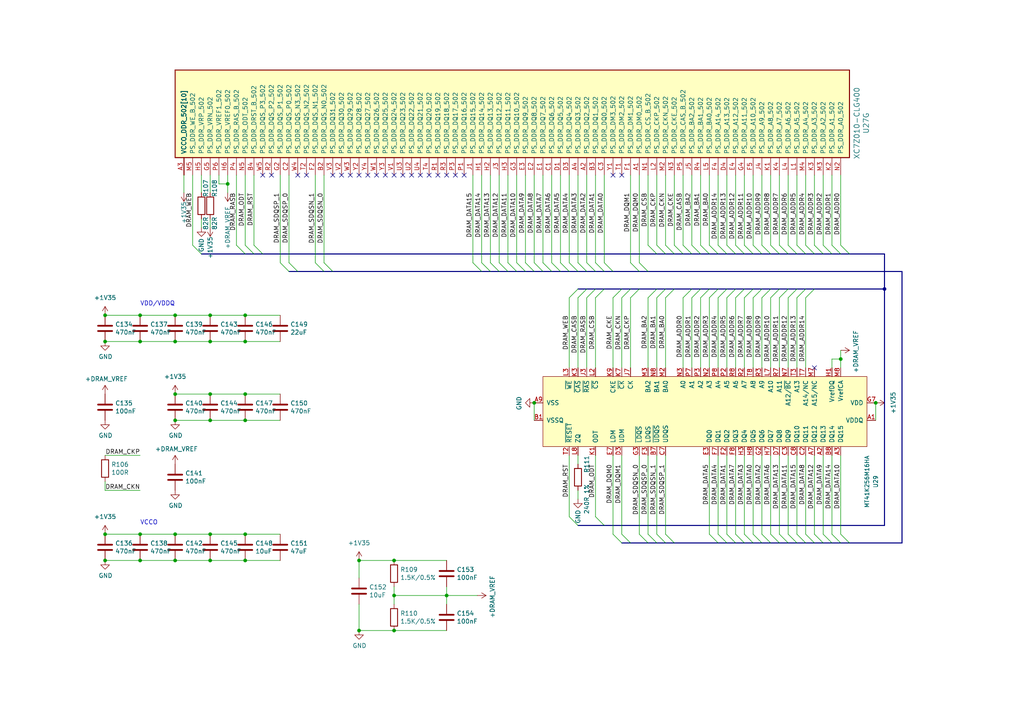
<source format=kicad_sch>
(kicad_sch (version 20231120) (generator "eeschema") (generator_version "8.0")
  (paper "A4")
  (title_block (title "Sitina 1 Sensor Board") (date "2024-03-25") (rev "R0.9") (company "Copyright 2024 Wenting Zhang"))
  (junction (at 114.3 162.56))
  (junction (at 50.8 162.56))
  (junction (at 50.8 121.92))
  (junction (at 40.64 91.44))
  (junction (at 50.8 114.3))
  (junction (at 30.48 154.94))
  (junction (at 30.48 91.44))
  (junction (at 129.54 172.72))
  (junction (at 40.64 154.94))
  (junction (at 60.96 114.3))
  (junction (at 60.96 162.56))
  (junction (at 71.12 99.06))
  (junction (at 256.54 83.82))
  (junction (at 40.64 162.56))
  (junction (at 71.12 114.3))
  (junction (at 60.96 154.94))
  (junction (at 60.96 91.44))
  (junction (at 71.12 154.94))
  (junction (at 114.3 172.72))
  (junction (at 243.84 104.14))
  (junction (at 154.94 116.84))
  (junction (at 50.8 99.06))
  (junction (at 50.8 91.44))
  (junction (at 60.96 121.92))
  (junction (at 71.12 162.56))
  (junction (at 104.14 162.56))
  (junction (at 30.48 99.06))
  (junction (at 71.12 121.92))
  (junction (at 40.64 99.06))
  (junction (at 254 116.84))
  (junction (at 30.48 162.56))
  (junction (at 104.14 182.88))
  (junction (at 60.96 99.06))
  (junction (at 66.04 53.34))
  (junction (at 50.8 154.94))
  (junction (at 71.12 91.44))
  (junction (at 114.3 182.88))
  (no_connect (at 88.9 50.8))
  (no_connect (at 86.36 50.8))
  (no_connect (at 180.34 50.8))
  (no_connect (at 96.52 50.8))
  (no_connect (at 121.92 50.8))
  (no_connect (at 106.68 50.8))
  (no_connect (at 109.22 50.8))
  (no_connect (at 236.22 106.68))
  (no_connect (at 127 50.8))
  (no_connect (at 134.62 50.8))
  (no_connect (at 104.14 50.8))
  (no_connect (at 111.76 50.8))
  (no_connect (at 177.8 50.8))
  (no_connect (at 116.84 50.8))
  (no_connect (at 78.74 50.8))
  (no_connect (at 132.08 50.8))
  (no_connect (at 114.3 50.8))
  (no_connect (at 99.06 50.8))
  (no_connect (at 76.2 50.8))
  (no_connect (at 101.6 50.8))
  (no_connect (at 129.54 50.8))
  (no_connect (at 124.46 50.8))
  (no_connect (at 119.38 50.8))
  (bus_entry (at 228.6 154.94) (size 2.54 2.54))
  (bus_entry (at 241.3 154.94) (size 2.54 2.54))
  (bus_entry (at 213.36 83.82) (size -2.54 2.54))
  (bus_entry (at 238.76 71.12) (size 2.54 2.54))
  (bus_entry (at 144.78 76.2) (size 2.54 2.54))
  (bus_entry (at 193.04 83.82) (size -2.54 2.54))
  (bus_entry (at 149.86 76.2) (size 2.54 2.54))
  (bus_entry (at 71.12 71.12) (size 2.54 2.54))
  (bus_entry (at 167.64 83.82) (size -2.54 2.54))
  (bus_entry (at 182.88 76.2) (size 2.54 2.54))
  (bus_entry (at 185.42 154.94) (size 2.54 2.54))
  (bus_entry (at 177.8 154.94) (size 2.54 2.54))
  (bus_entry (at 226.06 71.12) (size 2.54 2.54))
  (bus_entry (at 137.16 76.2) (size 2.54 2.54))
  (bus_entry (at 233.68 154.94) (size 2.54 2.54))
  (bus_entry (at 182.88 83.82) (size -2.54 2.54))
  (bus_entry (at 160.02 76.2) (size 2.54 2.54))
  (bus_entry (at 170.18 76.2) (size 2.54 2.54))
  (bus_entry (at 218.44 71.12) (size 2.54 2.54))
  (bus_entry (at 172.72 83.82) (size -2.54 2.54))
  (bus_entry (at 203.2 83.82) (size -2.54 2.54))
  (bus_entry (at 167.64 76.2) (size 2.54 2.54))
  (bus_entry (at 228.6 83.82) (size -2.54 2.54))
  (bus_entry (at 73.66 71.12) (size 2.54 2.54))
  (bus_entry (at 223.52 83.82) (size -2.54 2.54))
  (bus_entry (at 215.9 154.94) (size 2.54 2.54))
  (bus_entry (at 175.26 76.2) (size 2.54 2.54))
  (bus_entry (at 142.24 76.2) (size 2.54 2.54))
  (bus_entry (at 200.66 83.82) (size -2.54 2.54))
  (bus_entry (at 231.14 71.12) (size 2.54 2.54))
  (bus_entry (at 205.74 154.94) (size 2.54 2.54))
  (bus_entry (at 172.72 76.2) (size 2.54 2.54))
  (bus_entry (at 55.88 71.12) (size 2.54 2.54))
  (bus_entry (at 162.56 76.2) (size 2.54 2.54))
  (bus_entry (at 205.74 71.12) (size 2.54 2.54))
  (bus_entry (at 165.1 149.86) (size 2.54 2.54))
  (bus_entry (at 228.6 71.12) (size 2.54 2.54))
  (bus_entry (at 215.9 71.12) (size 2.54 2.54))
  (bus_entry (at 213.36 154.94) (size 2.54 2.54))
  (bus_entry (at 190.5 154.94) (size 2.54 2.54))
  (bus_entry (at 195.58 71.12) (size 2.54 2.54))
  (bus_entry (at 152.4 76.2) (size 2.54 2.54))
  (bus_entry (at 190.5 83.82) (size -2.54 2.54))
  (bus_entry (at 200.66 71.12) (size 2.54 2.54))
  (bus_entry (at 93.98 76.2) (size 2.54 2.54))
  (bus_entry (at 208.28 71.12) (size 2.54 2.54))
  (bus_entry (at 190.5 71.12) (size 2.54 2.54))
  (bus_entry (at 243.84 154.94) (size 2.54 2.54))
  (bus_entry (at 233.68 83.82) (size -2.54 2.54))
  (bus_entry (at 147.32 76.2) (size 2.54 2.54))
  (bus_entry (at 193.04 71.12) (size 2.54 2.54))
  (bus_entry (at 213.36 71.12) (size 2.54 2.54))
  (bus_entry (at 175.26 83.82) (size -2.54 2.54))
  (bus_entry (at 223.52 154.94) (size 2.54 2.54))
  (bus_entry (at 187.96 154.94) (size 2.54 2.54))
  (bus_entry (at 154.94 76.2) (size 2.54 2.54))
  (bus_entry (at 238.76 154.94) (size 2.54 2.54))
  (bus_entry (at 218.44 83.82) (size -2.54 2.54))
  (bus_entry (at 220.98 83.82) (size -2.54 2.54))
  (bus_entry (at 195.58 83.82) (size -2.54 2.54))
  (bus_entry (at 187.96 71.12) (size 2.54 2.54))
  (bus_entry (at 236.22 83.82) (size -2.54 2.54))
  (bus_entry (at 223.52 71.12) (size 2.54 2.54))
  (bus_entry (at 215.9 83.82) (size -2.54 2.54))
  (bus_entry (at 139.7 76.2) (size 2.54 2.54))
  (bus_entry (at 210.82 71.12) (size 2.54 2.54))
  (bus_entry (at 241.3 71.12) (size 2.54 2.54))
  (bus_entry (at 226.06 83.82) (size -2.54 2.54))
  (bus_entry (at 231.14 83.82) (size -2.54 2.54))
  (bus_entry (at 208.28 83.82) (size -2.54 2.54))
  (bus_entry (at 218.44 154.94) (size 2.54 2.54))
  (bus_entry (at 205.74 83.82) (size -2.54 2.54))
  (bus_entry (at 180.34 83.82) (size -2.54 2.54))
  (bus_entry (at 81.28 76.2) (size 2.54 2.54))
  (bus_entry (at 198.12 71.12) (size 2.54 2.54))
  (bus_entry (at 185.42 76.2) (size 2.54 2.54))
  (bus_entry (at 91.44 76.2) (size 2.54 2.54))
  (bus_entry (at 231.14 154.94) (size 2.54 2.54))
  (bus_entry (at 185.42 83.82) (size -2.54 2.54))
  (bus_entry (at 193.04 154.94) (size 2.54 2.54))
  (bus_entry (at 210.82 83.82) (size -2.54 2.54))
  (bus_entry (at 220.98 71.12) (size 2.54 2.54))
  (bus_entry (at 157.48 76.2) (size 2.54 2.54))
  (bus_entry (at 165.1 76.2) (size 2.54 2.54))
  (bus_entry (at 220.98 154.94) (size 2.54 2.54))
  (bus_entry (at 233.68 71.12) (size 2.54 2.54))
  (bus_entry (at 180.34 154.94) (size 2.54 2.54))
  (bus_entry (at 170.18 83.82) (size -2.54 2.54))
  (bus_entry (at 243.84 71.12) (size 2.54 2.54))
  (bus_entry (at 226.06 154.94) (size 2.54 2.54))
  (bus_entry (at 68.58 71.12) (size 2.54 2.54))
  (bus_entry (at 210.82 154.94) (size 2.54 2.54))
  (bus_entry (at 83.82 76.2) (size 2.54 2.54))
  (bus_entry (at 236.22 71.12) (size 2.54 2.54))
  (bus_entry (at 208.28 154.94) (size 2.54 2.54))
  (bus_entry (at 172.72 149.86) (size 2.54 2.54))
  (bus_entry (at 236.22 154.94) (size 2.54 2.54))
  (bus_entry (at 203.2 71.12) (size 2.54 2.54))
  (bus (pts (xy 236.22 73.66) (xy 233.68 73.66)))
  (wire (pts (xy 172.72 50.8) (xy 172.72 76.2)))
  (bus (pts (xy 170.18 83.82) (xy 167.64 83.82)))
  (wire (pts (xy 63.5 50.8) (xy 63.5 53.34)))
  (bus (pts (xy 226.06 83.82) (xy 223.52 83.82)))
  (bus (pts (xy 223.52 157.48) (xy 220.98 157.48)))
  (wire (pts (xy 71.12 162.56) (xy 60.96 162.56)))
  (bus (pts (xy 261.62 78.74) (xy 261.62 157.48)))
  (bus (pts (xy 170.18 78.74) (xy 167.64 78.74)))
  (bus (pts (xy 236.22 157.48) (xy 233.68 157.48)))
  (wire (pts (xy 226.06 132.08) (xy 226.06 154.94)))
  (wire (pts (xy 137.16 50.8) (xy 137.16 76.2)))
  (wire (pts (xy 226.06 71.12) (xy 226.06 50.8)))
  (wire (pts (xy 210.82 71.12) (xy 210.82 50.8)))
  (wire (pts (xy 30.48 142.24) (xy 30.48 139.7)))
  (bus (pts (xy 231.14 157.48) (xy 228.6 157.48)))
  (bus (pts (xy 149.86 78.74) (xy 147.32 78.74)))
  (wire (pts (xy 193.04 86.36) (xy 193.04 106.68)))
  (bus (pts (xy 238.76 157.48) (xy 236.22 157.48)))
  (bus (pts (xy 152.4 78.74) (xy 149.86 78.74)))
  (wire (pts (xy 182.88 86.36) (xy 182.88 106.68)))
  (wire (pts (xy 213.36 132.08) (xy 213.36 154.94)))
  (bus (pts (xy 208.28 73.66) (xy 205.74 73.66)))
  (wire (pts (xy 228.6 71.12) (xy 228.6 50.8)))
  (bus (pts (xy 213.36 157.48) (xy 210.82 157.48)))
  (wire (pts (xy 50.8 121.92) (xy 60.96 121.92)))
  (bus (pts (xy 256.54 152.4) (xy 256.54 83.82)))
  (wire (pts (xy 167.64 142.24) (xy 167.64 144.78)))
  (bus (pts (xy 210.82 157.48) (xy 208.28 157.48)))
  (wire (pts (xy 144.78 50.8) (xy 144.78 76.2)))
  (wire (pts (xy 241.3 104.14) (xy 243.84 104.14)))
  (wire (pts (xy 152.4 50.8) (xy 152.4 76.2)))
  (wire (pts (xy 71.12 71.12) (xy 71.12 50.8)))
  (bus (pts (xy 228.6 157.48) (xy 226.06 157.48)))
  (bus (pts (xy 233.68 73.66) (xy 231.14 73.66)))
  (wire (pts (xy 60.96 162.56) (xy 50.8 162.56)))
  (wire (pts (xy 187.96 86.36) (xy 187.96 106.68)))
  (bus (pts (xy 256.54 83.82) (xy 236.22 83.82)))
  (wire (pts (xy 190.5 71.12) (xy 190.5 50.8)))
  (wire (pts (xy 60.96 154.94) (xy 50.8 154.94)))
  (wire (pts (xy 30.48 154.94) (xy 40.64 154.94)))
  (wire (pts (xy 193.04 132.08) (xy 193.04 154.94)))
  (wire (pts (xy 104.14 162.56) (xy 114.3 162.56)))
  (wire (pts (xy 58.42 63.5) (xy 58.42 66.04)))
  (wire (pts (xy 231.14 71.12) (xy 231.14 50.8)))
  (wire (pts (xy 220.98 86.36) (xy 220.98 106.68)))
  (bus (pts (xy 200.66 73.66) (xy 198.12 73.66)))
  (wire (pts (xy 30.48 132.08) (xy 40.64 132.08)))
  (wire (pts (xy 254 116.84) (xy 254 121.92)))
  (bus (pts (xy 195.58 73.66) (xy 193.04 73.66)))
  (wire (pts (xy 208.28 132.08) (xy 208.28 154.94)))
  (bus (pts (xy 157.48 78.74) (xy 154.94 78.74)))
  (wire (pts (xy 243.84 132.08) (xy 243.84 154.94)))
  (bus (pts (xy 215.9 157.48) (xy 213.36 157.48)))
  (bus (pts (xy 218.44 157.48) (xy 215.9 157.48)))
  (wire (pts (xy 215.9 71.12) (xy 215.9 50.8)))
  (bus (pts (xy 203.2 73.66) (xy 200.66 73.66)))
  (wire (pts (xy 233.68 71.12) (xy 233.68 50.8)))
  (bus (pts (xy 86.36 78.74) (xy 83.82 78.74)))
  (wire (pts (xy 241.3 106.68) (xy 241.3 104.14)))
  (bus (pts (xy 71.12 73.66) (xy 58.42 73.66)))
  (bus (pts (xy 215.9 83.82) (xy 213.36 83.82)))
  (wire (pts (xy 154.94 116.84) (xy 154.94 121.92)))
  (wire (pts (xy 208.28 71.12) (xy 208.28 50.8)))
  (bus (pts (xy 210.82 83.82) (xy 208.28 83.82)))
  (wire (pts (xy 139.7 50.8) (xy 139.7 76.2)))
  (wire (pts (xy 223.52 86.36) (xy 223.52 106.68)))
  (wire (pts (xy 233.68 132.08) (xy 233.68 154.94)))
  (wire (pts (xy 200.66 71.12) (xy 200.66 50.8)))
  (wire (pts (xy 81.28 50.8) (xy 81.28 76.2)))
  (wire (pts (xy 160.02 50.8) (xy 160.02 76.2)))
  (wire (pts (xy 50.8 162.56) (xy 40.64 162.56)))
  (bus (pts (xy 226.06 157.48) (xy 223.52 157.48)))
  (wire (pts (xy 185.42 132.08) (xy 185.42 154.94)))
  (bus (pts (xy 193.04 73.66) (xy 190.5 73.66)))
  (bus (pts (xy 190.5 83.82) (xy 185.42 83.82)))
  (bus (pts (xy 187.96 78.74) (xy 185.42 78.74)))
  (wire (pts (xy 147.32 50.8) (xy 147.32 76.2)))
  (wire (pts (xy 218.44 132.08) (xy 218.44 154.94)))
  (wire (pts (xy 213.36 71.12) (xy 213.36 50.8)))
  (wire (pts (xy 138.43 172.72) (xy 129.54 172.72)))
  (wire (pts (xy 231.14 132.08) (xy 231.14 154.94)))
  (wire (pts (xy 165.1 86.36) (xy 165.1 106.68)))
  (bus (pts (xy 177.8 78.74) (xy 175.26 78.74)))
  (wire (pts (xy 114.3 162.56) (xy 129.54 162.56)))
  (wire (pts (xy 203.2 86.36) (xy 203.2 106.68)))
  (wire (pts (xy 200.66 86.36) (xy 200.66 106.68)))
  (bus (pts (xy 256.54 83.82) (xy 256.54 73.66)))
  (wire (pts (xy 104.14 175.26) (xy 104.14 182.88)))
  (wire (pts (xy 205.74 132.08) (xy 205.74 154.94)))
  (bus (pts (xy 154.94 78.74) (xy 152.4 78.74)))
  (bus (pts (xy 139.7 78.74) (xy 96.52 78.74)))
  (bus (pts (xy 165.1 78.74) (xy 162.56 78.74)))
  (wire (pts (xy 210.82 132.08) (xy 210.82 154.94)))
  (wire (pts (xy 60.96 91.44) (xy 50.8 91.44)))
  (bus (pts (xy 203.2 83.82) (xy 200.66 83.82)))
  (wire (pts (xy 241.3 71.12) (xy 241.3 50.8)))
  (wire (pts (xy 167.64 86.36) (xy 167.64 106.68)))
  (bus (pts (xy 142.24 78.74) (xy 139.7 78.74)))
  (wire (pts (xy 81.28 121.92) (xy 71.12 121.92)))
  (bus (pts (xy 182.88 83.82) (xy 180.34 83.82)))
  (wire (pts (xy 114.3 182.88) (xy 104.14 182.88)))
  (bus (pts (xy 195.58 83.82) (xy 193.04 83.82)))
  (bus (pts (xy 261.62 157.48) (xy 246.38 157.48)))
  (bus (pts (xy 185.42 83.82) (xy 182.88 83.82)))
  (wire (pts (xy 172.72 86.36) (xy 172.72 106.68)))
  (wire (pts (xy 30.48 99.06) (xy 40.64 99.06)))
  (bus (pts (xy 185.42 78.74) (xy 177.8 78.74)))
  (wire (pts (xy 236.22 132.08) (xy 236.22 154.94)))
  (bus (pts (xy 223.52 73.66) (xy 220.98 73.66)))
  (wire (pts (xy 210.82 86.36) (xy 210.82 106.68)))
  (wire (pts (xy 73.66 71.12) (xy 73.66 50.8)))
  (wire (pts (xy 226.06 86.36) (xy 226.06 106.68)))
  (bus (pts (xy 246.38 73.66) (xy 243.84 73.66)))
  (wire (pts (xy 177.8 86.36) (xy 177.8 106.68)))
  (wire (pts (xy 170.18 86.36) (xy 170.18 106.68)))
  (bus (pts (xy 261.62 78.74) (xy 187.96 78.74)))
  (bus (pts (xy 172.72 83.82) (xy 170.18 83.82)))
  (wire (pts (xy 195.58 71.12) (xy 195.58 50.8)))
  (wire (pts (xy 187.96 71.12) (xy 187.96 50.8)))
  (wire (pts (xy 172.72 149.86) (xy 172.72 132.08)))
  (bus (pts (xy 215.9 73.66) (xy 213.36 73.66)))
  (wire (pts (xy 215.9 86.36) (xy 215.9 106.68)))
  (wire (pts (xy 129.54 172.72) (xy 129.54 175.26)))
  (wire (pts (xy 60.96 114.3) (xy 71.12 114.3)))
  (wire (pts (xy 40.64 91.44) (xy 50.8 91.44)))
  (bus (pts (xy 246.38 157.48) (xy 243.84 157.48)))
  (wire (pts (xy 50.8 114.3) (xy 60.96 114.3)))
  (bus (pts (xy 93.98 78.74) (xy 86.36 78.74)))
  (wire (pts (xy 215.9 132.08) (xy 215.9 154.94)))
  (wire (pts (xy 238.76 71.12) (xy 238.76 50.8)))
  (bus (pts (xy 205.74 73.66) (xy 203.2 73.66)))
  (bus (pts (xy 175.26 83.82) (xy 172.72 83.82)))
  (wire (pts (xy 129.54 182.88) (xy 114.3 182.88)))
  (wire (pts (xy 71.12 121.92) (xy 60.96 121.92)))
  (wire (pts (xy 198.12 71.12) (xy 198.12 50.8)))
  (bus (pts (xy 220.98 83.82) (xy 218.44 83.82)))
  (bus (pts (xy 210.82 73.66) (xy 208.28 73.66)))
  (bus (pts (xy 236.22 83.82) (xy 233.68 83.82)))
  (bus (pts (xy 213.36 83.82) (xy 210.82 83.82)))
  (wire (pts (xy 114.3 172.72) (xy 114.3 175.26)))
  (wire (pts (xy 198.12 86.36) (xy 198.12 106.68)))
  (bus (pts (xy 162.56 78.74) (xy 160.02 78.74)))
  (wire (pts (xy 220.98 132.08) (xy 220.98 154.94)))
  (wire (pts (xy 114.3 172.72) (xy 129.54 172.72)))
  (bus (pts (xy 231.14 83.82) (xy 228.6 83.82)))
  (wire (pts (xy 149.86 50.8) (xy 149.86 76.2)))
  (wire (pts (xy 165.1 50.8) (xy 165.1 76.2)))
  (wire (pts (xy 162.56 50.8) (xy 162.56 76.2)))
  (bus (pts (xy 195.58 157.48) (xy 193.04 157.48)))
  (wire (pts (xy 66.04 50.8) (xy 66.04 53.34)))
  (wire (pts (xy 205.74 86.36) (xy 205.74 106.68)))
  (wire (pts (xy 81.28 162.56) (xy 71.12 162.56)))
  (bus (pts (xy 220.98 157.48) (xy 218.44 157.48)))
  (wire (pts (xy 190.5 86.36) (xy 190.5 106.68)))
  (wire (pts (xy 175.26 50.8) (xy 175.26 76.2)))
  (wire (pts (xy 223.52 132.08) (xy 223.52 154.94)))
  (bus (pts (xy 167.64 78.74) (xy 165.1 78.74)))
  (wire (pts (xy 129.54 170.18) (xy 129.54 172.72)))
  (wire (pts (xy 167.64 132.08) (xy 167.64 134.62)))
  (wire (pts (xy 60.96 99.06) (xy 50.8 99.06)))
  (bus (pts (xy 180.34 83.82) (xy 175.26 83.82)))
  (wire (pts (xy 83.82 50.8) (xy 83.82 76.2)))
  (bus (pts (xy 190.5 157.48) (xy 187.96 157.48)))
  (bus (pts (xy 241.3 73.66) (xy 238.76 73.66)))
  (wire (pts (xy 91.44 50.8) (xy 91.44 76.2)))
  (wire (pts (xy 93.98 50.8) (xy 93.98 76.2)))
  (wire (pts (xy 81.28 91.44) (xy 71.12 91.44)))
  (bus (pts (xy 226.06 73.66) (xy 223.52 73.66)))
  (wire (pts (xy 55.88 71.12) (xy 55.88 50.8)))
  (bus (pts (xy 218.44 73.66) (xy 215.9 73.66)))
  (wire (pts (xy 205.74 71.12) (xy 205.74 50.8)))
  (wire (pts (xy 71.12 91.44) (xy 60.96 91.44)))
  (wire (pts (xy 228.6 86.36) (xy 228.6 106.68)))
  (wire (pts (xy 218.44 71.12) (xy 218.44 50.8)))
  (bus (pts (xy 193.04 83.82) (xy 190.5 83.82)))
  (wire (pts (xy 236.22 71.12) (xy 236.22 50.8)))
  (wire (pts (xy 223.52 71.12) (xy 223.52 50.8)))
  (bus (pts (xy 175.26 78.74) (xy 172.72 78.74)))
  (wire (pts (xy 81.28 154.94) (xy 71.12 154.94)))
  (bus (pts (xy 200.66 83.82) (xy 195.58 83.82)))
  (wire (pts (xy 185.42 50.8) (xy 185.42 76.2)))
  (wire (pts (xy 218.44 86.36) (xy 218.44 106.68)))
  (wire (pts (xy 203.2 71.12) (xy 203.2 50.8)))
  (bus (pts (xy 190.5 73.66) (xy 76.2 73.66)))
  (bus (pts (xy 205.74 83.82) (xy 203.2 83.82)))
  (bus (pts (xy 213.36 73.66) (xy 210.82 73.66)))
  (bus (pts (xy 76.2 73.66) (xy 73.66 73.66)))
  (wire (pts (xy 104.14 162.56) (xy 104.14 167.64)))
  (wire (pts (xy 81.28 99.06) (xy 71.12 99.06)))
  (bus (pts (xy 233.68 157.48) (xy 231.14 157.48)))
  (wire (pts (xy 63.5 53.34) (xy 66.04 53.34)))
  (bus (pts (xy 160.02 78.74) (xy 157.48 78.74)))
  (wire (pts (xy 190.5 132.08) (xy 190.5 154.94)))
  (wire (pts (xy 170.18 50.8) (xy 170.18 76.2)))
  (wire (pts (xy 60.96 63.5) (xy 60.96 66.04)))
  (wire (pts (xy 233.68 86.36) (xy 233.68 106.68)))
  (wire (pts (xy 177.8 132.08) (xy 177.8 154.94)))
  (wire (pts (xy 241.3 132.08) (xy 241.3 154.94)))
  (wire (pts (xy 228.6 132.08) (xy 228.6 154.94)))
  (wire (pts (xy 40.64 142.24) (xy 30.48 142.24)))
  (bus (pts (xy 172.72 78.74) (xy 170.18 78.74)))
  (bus (pts (xy 193.04 157.48) (xy 190.5 157.48)))
  (wire (pts (xy 243.84 104.14) (xy 243.84 106.68)))
  (bus (pts (xy 220.98 73.66) (xy 218.44 73.66)))
  (bus (pts (xy 238.76 73.66) (xy 236.22 73.66)))
  (wire (pts (xy 182.88 50.8) (xy 182.88 76.2)))
  (wire (pts (xy 193.04 71.12) (xy 193.04 50.8)))
  (wire (pts (xy 220.98 71.12) (xy 220.98 50.8)))
  (wire (pts (xy 213.36 86.36) (xy 213.36 106.68)))
  (wire (pts (xy 167.64 50.8) (xy 167.64 76.2)))
  (wire (pts (xy 81.28 114.3) (xy 71.12 114.3)))
  (bus (pts (xy 73.66 73.66) (xy 71.12 73.66)))
  (wire (pts (xy 231.14 86.36) (xy 231.14 106.68)))
  (bus (pts (xy 223.52 83.82) (xy 220.98 83.82)))
  (wire (pts (xy 157.48 50.8) (xy 157.48 76.2)))
  (bus (pts (xy 198.12 73.66) (xy 195.58 73.66)))
  (wire (pts (xy 30.48 91.44) (xy 40.64 91.44)))
  (bus (pts (xy 243.84 157.48) (xy 241.3 157.48)))
  (wire (pts (xy 165.1 132.08) (xy 165.1 149.86)))
  (bus (pts (xy 208.28 83.82) (xy 205.74 83.82)))
  (bus (pts (xy 256.54 73.66) (xy 246.38 73.66)))
  (wire (pts (xy 60.96 50.8) (xy 60.96 55.88)))
  (bus (pts (xy 144.78 78.74) (xy 142.24 78.74)))
  (bus (pts (xy 228.6 73.66) (xy 226.06 73.66)))
  (wire (pts (xy 71.12 154.94) (xy 60.96 154.94)))
  (wire (pts (xy 208.28 86.36) (xy 208.28 106.68)))
  (wire (pts (xy 66.04 53.34) (xy 66.04 55.88)))
  (bus (pts (xy 147.32 78.74) (xy 144.78 78.74)))
  (wire (pts (xy 50.8 99.06) (xy 40.64 99.06)))
  (wire (pts (xy 40.64 154.94) (xy 50.8 154.94)))
  (bus (pts (xy 233.68 83.82) (xy 231.14 83.82)))
  (wire (pts (xy 180.34 86.36) (xy 180.34 106.68)))
  (wire (pts (xy 154.94 50.8) (xy 154.94 76.2)))
  (bus (pts (xy 218.44 83.82) (xy 215.9 83.82)))
  (wire (pts (xy 30.48 162.56) (xy 40.64 162.56)))
  (bus (pts (xy 175.26 152.4) (xy 167.64 152.4)))
  (wire (pts (xy 71.12 99.06) (xy 60.96 99.06)))
  (wire (pts (xy 68.58 71.12) (xy 68.58 50.8)))
  (wire (pts (xy 58.42 50.8) (xy 58.42 55.88)))
  (wire (pts (xy 243.84 101.6) (xy 243.84 104.14)))
  (bus (pts (xy 228.6 83.82) (xy 226.06 83.82)))
  (wire (pts (xy 53.34 50.8) (xy 53.34 55.88)))
  (wire (pts (xy 238.76 132.08) (xy 238.76 154.94)))
  (bus (pts (xy 256.54 152.4) (xy 175.26 152.4)))
  (bus (pts (xy 231.14 73.66) (xy 228.6 73.66)))
  (wire (pts (xy 180.34 132.08) (xy 180.34 154.94)))
  (bus (pts (xy 241.3 157.48) (xy 238.76 157.48)))
  (bus (pts (xy 182.88 157.48) (xy 180.34 157.48)))
  (wire (pts (xy 187.96 132.08) (xy 187.96 154.94)))
  (bus (pts (xy 208.28 157.48) (xy 195.58 157.48)))
  (wire (pts (xy 142.24 50.8) (xy 142.24 76.2)))
  (wire (pts (xy 243.84 71.12) (xy 243.84 50.8)))
  (bus (pts (xy 96.52 78.74) (xy 93.98 78.74)))
  (bus (pts (xy 243.84 73.66) (xy 241.3 73.66)))
  (wire (pts (xy 114.3 170.18) (xy 114.3 172.72)))
  (bus (pts (xy 187.96 157.48) (xy 182.88 157.48)))
  (text "VCCO" (at 40.64 152.4 0) (effects (font (size 1.27 1.27)) (justify left bottom)))
  (text "VDD/VDDQ" (at 40.64 88.9 0) (effects (font (size 1.27 1.27)) (justify left bottom)))
  (label "DRAM_ADDR8" (at 223.52 55.88 270))
  (label "DRAM_ADDR10" (at 223.52 91.44 270))
  (label "DRAM_ADDR11" (at 226.06 91.44 270))
  (label "DRAM_SDQSP_1" (at 81.28 55.88 270))
  (label "DRAM_CKE" (at 177.8 91.44 270))
  (label "DRAM_SDQSP_0" (at 187.96 134.62 270))
  (label "DRAM_ADDR5" (at 231.14 55.88 270))
  (label "DRAM_ADDR7" (at 226.06 55.88 270))
  (label "DRAM_DATA15" (at 231.14 134.62 270))
  (label "DRAM_ADDR2" (at 203.2 91.44 270))
  (label "DRAM_BA2" (at 187.96 91.44 270))
  (label "DRAM_ADDR7" (at 215.9 91.44 270))
  (label "DRAM_CKN" (at 180.34 91.44 270))
  (label "DRAM_RASB" (at 170.18 91.44 270))
  (label "DRAM_ADDR9" (at 220.98 55.88 270))
  (label "DRAM_DATA0" (at 218.44 134.62 270))
  (label "DRAM_ADDR14" (at 208.28 55.88 270))
  (label "DRAM_DQM0" (at 185.42 55.88 270))
  (label "DRAM_DATA1" (at 172.72 55.88 270))
  (label "DRAM_DATA4" (at 165.1 55.88 270))
  (label "DRAM_DQM0" (at 177.8 134.62 270))
  (label "DRAM_SDQSN_1" (at 91.44 55.88 270))
  (label "DRAM_SDQSP_1" (at 193.04 134.62 270))
  (label "DRAM_DATA11" (at 147.32 55.88 270))
  (label "DRAM_CKP" (at 182.88 91.44 270))
  (label "DRAM_DATA3" (at 167.64 55.88 270))
  (label "DRAM_BA0" (at 193.04 91.44 270))
  (label "DRAM_CKP" (at 190.5 55.88 270))
  (label "DRAM_ADDR13" (at 210.82 55.88 270))
  (label "DRAM_ADDR3" (at 236.22 55.88 270))
  (label "DRAM_DATA6" (at 160.02 55.88 270))
  (label "DRAM_ADDR4" (at 208.28 91.44 270))
  (label "DRAM_DATA3" (at 215.9 134.62 270))
  (label "DRAM_DATA10" (at 149.86 55.88 270))
  (label "DRAM_BA1" (at 190.5 91.44 270))
  (label "DRAM_DATA5" (at 162.56 55.88 270))
  (label "DRAM_ADDR1" (at 200.66 91.44 270))
  (label "DRAM_ADDR10" (at 218.44 55.88 270))
  (label "DRAM_DATA6" (at 223.52 134.62 270))
  (label "DRAM_DATA8" (at 233.68 134.62 270))
  (label "DRAM_DQM1" (at 182.88 55.88 270))
  (label "DRAM_CKP" (at 40.64 132.08 180))
  (label "DRAM_DATA4" (at 208.28 134.62 270))
  (label "DRAM_ADDR0" (at 243.84 55.88 270))
  (label "DRAM_CKN" (at 193.04 55.88 270))
  (label "DRAM_CKE" (at 195.58 55.88 270))
  (label "DRAM_ADDR3" (at 205.74 91.44 270))
  (label "DRAM_DATA9" (at 238.76 134.62 270))
  (label "DRAM_CKN" (at 40.64 142.24 180))
  (label "DRAM_DATA8" (at 154.94 55.88 270))
  (label "DRAM_DATA15" (at 137.16 55.88 270))
  (label "DRAM_BA2" (at 200.66 55.88 270))
  (label "DRAM_ADDR9" (at 220.98 91.44 270))
  (label "DRAM_ODT" (at 172.72 134.62 270))
  (label "DRAM_CSB" (at 172.72 91.44 270))
  (label "DRAM_ADDR6" (at 228.6 55.88 270))
  (label "DRAM_CSB" (at 187.96 55.88 270))
  (label "DRAM_RST" (at 73.66 55.88 270))
  (label "DRAM_DATA14" (at 139.7 55.88 270))
  (label "DRAM_CASB" (at 167.64 91.44 270))
  (label "DRAM_ADDR1" (at 241.3 55.88 270))
  (label "DRAM_DATA12" (at 236.22 134.62 270))
  (label "DRAM_SDQSN_0" (at 185.42 134.62 270))
  (label "DRAM_DATA13" (at 142.24 55.88 270))
  (label "DRAM_DATA13" (at 226.06 134.62 270))
  (label "DRAM_WEB" (at 55.88 55.88 270))
  (label "DRAM_CASB" (at 198.12 55.88 270))
  (label "DRAM_BA0" (at 205.74 55.88 270))
  (label "DRAM_DATA9" (at 152.4 55.88 270))
  (label "DRAM_DATA2" (at 170.18 55.88 270))
  (label "DRAM_DATA10" (at 243.84 134.62 270))
  (label "DRAM_BA1" (at 203.2 55.88 270))
  (label "DRAM_ADDR4" (at 233.68 55.88 270))
  (label "DRAM_DATA7" (at 213.36 134.62 270))
  (label "DRAM_SDQSP_0" (at 83.82 55.88 270))
  (label "DRAM_ADDR12" (at 213.36 55.88 270))
  (label "DRAM_DATA12" (at 144.78 55.88 270))
  (label "DRAM_DATA11" (at 228.6 134.62 270))
  (label "DRAM_ADDR13" (at 231.14 91.44 270))
  (label "DRAM_ODT" (at 71.12 55.88 270))
  (label "DRAM_SDQSN_0" (at 93.98 55.88 270))
  (label "DRAM_DATA14" (at 241.3 134.62 270))
  (label "DRAM_ADDR5" (at 210.82 91.44 270))
  (label "DRAM_ADDR0" (at 198.12 91.44 270))
  (label "DRAM_WEB" (at 165.1 91.44 270))
  (label "DRAM_SDQSN_1" (at 190.5 134.62 270))
  (label "DRAM_DQM1" (at 180.34 134.62 270))
  (label "DRAM_DATA7" (at 157.48 55.88 270))
  (label "DRAM_DATA1" (at 210.82 134.62 270))
  (label "DRAM_ADDR14" (at 233.68 91.44 270))
  (label "DRAM_ADDR8" (at 218.44 91.44 270))
  (label "DRAM_ADDR6" (at 213.36 91.44 270))
  (label "DRAM_DATA5" (at 205.74 134.62 270))
  (label "DRAM_ADDR12" (at 228.6 91.44 270))
  (label "DRAM_DATA0" (at 175.26 55.88 270))
  (label "DRAM_RST" (at 165.1 134.62 270))
  (label "DRAM_DATA2" (at 220.98 134.62 270))
  (label "DRAM_ADDR11" (at 215.9 55.88 270))
  (label "DRAM_ADDR2" (at 238.76 55.88 270))
  (label "DRAM_RASB" (at 68.58 55.88 270))
  (symbol (lib_id "Device:R") (at 30.48 135.89 0) (unit 1)
    (property "Reference" "R106" (at 32.258 134.7216 0) (effects (justify left)))
    (property "Value" "100R" (at 32.258 137.033 0) (effects (justify left)))
    (property "Footprint" "Resistor_SMD:R_0402_1005Metric" (effects (hide yes)))
  )
  (symbol (lib_id "power:+1V35") (at 60.96 66.04 180) (unit 1)
    (property "Reference" "#PWR0257" (effects (hide yes)))
    (property "Value" "+1V35" (at 60.96 68.58 90) (effects (justify left)))
  )
  (symbol (lib_id "power:GND") (at 50.8 142.24 0) (unit 1)
    (property "Reference" "#PWR0254" (effects (hide yes)))
    (property "Value" "GND" (at 50.927 146.6342 0))
  )
  (symbol (lib_id "Device:C") (at 129.54 166.37 0) (unit 1)
    (property "Reference" "C153" (at 132.461 165.2016 0) (effects (justify left)))
    (property "Value" "100nF" (at 132.461 167.513 0) (effects (justify left)))
    (property "Footprint" "Capacitor_SMD:C_0402_1005Metric" (effects (hide yes)))
  )
  (symbol (lib_id "Device:C") (at 71.12 95.25 0) (unit 1)
    (property "Reference" "C146" (at 74.041 94.0816 0) (effects (justify left)))
    (property "Value" "470nF" (at 74.041 96.393 0) (effects (justify left)))
    (property "Footprint" "Capacitor_SMD:C_0402_1005Metric" (effects (hide yes)))
  )
  (symbol (lib_id "Device:C") (at 81.28 158.75 0) (unit 1)
    (property "Reference" "C151" (at 84.201 157.5816 0) (effects (justify left)))
    (property "Value" "47uF" (at 84.201 159.893 0) (effects (justify left)))
    (property "Footprint" "Capacitor_SMD:C_0805_2012Metric" (effects (hide yes)))
  )
  (symbol (lib_id "Device:C") (at 104.14 171.45 0) (unit 1)
    (property "Reference" "C152" (at 107.061 170.2816 0) (effects (justify left)))
    (property "Value" "10uF" (at 107.061 172.593 0) (effects (justify left)))
    (property "Footprint" "Capacitor_SMD:C_0603_1608Metric" (effects (hide yes)))
  )
  (symbol (lib_id "power:+1V35") (at 30.48 154.94 0) (unit 1)
    (property "Reference" "#PWR0249" (effects (hide yes)))
    (property "Value" "+1V35" (at 30.48 149.86 0))
  )
  (symbol (lib_id "power:+1V35") (at 254 116.84 270) (unit 1)
    (property "Reference" "#PWR0265" (effects (hide yes)))
    (property "Value" "+1V35" (at 259.08 116.84 0))
  )
  (symbol (lib_id "power:GND") (at 30.48 99.06 0) (unit 1)
    (property "Reference" "#PWR0246" (effects (hide yes)))
    (property "Value" "GND" (at 30.607 103.4542 0))
  )
  (symbol (lib_id "Device:C") (at 50.8 158.75 0) (unit 1)
    (property "Reference" "C142" (at 53.721 157.5816 0) (effects (justify left)))
    (property "Value" "470nF" (at 53.721 159.893 0) (effects (justify left)))
    (property "Footprint" "Capacitor_SMD:C_0402_1005Metric" (effects (hide yes)))
  )
  (symbol (lib_id "power:GND") (at 30.48 121.92 0) (unit 1)
    (property "Reference" "#PWR0248" (effects (hide yes)))
    (property "Value" "GND" (at 30.607 126.3142 0))
  )
  (symbol (lib_id "symbols:XC7Z007S-CLG400") (at 243.84 50.8 270) (mirror x) (unit 7)
    (property "Reference" "U27" (at 251.206 35.7124 0) (effects (font (size 1.524 1.524))))
    (property "Value" "XC7Z010-CLG400" (at 248.5136 35.7124 0) (effects (font (size 1.524 1.524))))
    (property "Footprint" "Package_BGA:Xilinx_CLG400" (effects (hide yes)))
    (property "desc" "xc7z007sclg400" (effects (hide yes)))
  )
  (symbol (lib_id "power:GND") (at 50.8 121.92 0) (unit 1)
    (property "Reference" "#PWR0252" (effects (hide yes)))
    (property "Value" "GND" (at 50.927 126.3142 0))
  )
  (symbol (lib_id "Device:C") (at 50.8 118.11 0) (unit 1)
    (property "Reference" "C140" (at 53.721 116.9416 0) (effects (justify left)))
    (property "Value" "470nF" (at 53.721 119.253 0) (effects (justify left)))
    (property "Footprint" "Capacitor_SMD:C_0402_1005Metric" (effects (hide yes)))
  )
  (symbol (lib_id "Device:C") (at 50.8 95.25 0) (unit 1)
    (property "Reference" "C139" (at 53.721 94.0816 0) (effects (justify left)))
    (property "Value" "470nF" (at 53.721 96.393 0) (effects (justify left)))
    (property "Footprint" "Capacitor_SMD:C_0402_1005Metric" (effects (hide yes)))
  )
  (symbol (lib_id "symbols:+DRAM_VREF") (at 138.43 172.72 270) (unit 1)
    (property "Reference" "#PWR0261" (effects (hide yes)))
    (property "Value" "+DRAM_VREF" (at 142.8242 173.101 0))
  )
  (symbol (lib_id "Device:R") (at 58.42 59.69 180) (unit 1)
    (property "Reference" "R107" (at 59.69 54.61 90))
    (property "Value" "82R" (at 59.69 64.77 90))
    (property "Footprint" "Resistor_SMD:R_0402_1005Metric" (effects (hide yes)))
  )
  (symbol (lib_id "Device:C") (at 129.54 179.07 0) (unit 1)
    (property "Reference" "C154" (at 132.461 177.9016 0) (effects (justify left)))
    (property "Value" "100nF" (at 132.461 180.213 0) (effects (justify left)))
    (property "Footprint" "Capacitor_SMD:C_0402_1005Metric" (effects (hide yes)))
  )
  (symbol (lib_id "symbols:+DRAM_VREF") (at 243.84 101.6 270) (unit 1)
    (property "Reference" "#PWR0264" (effects (hide yes)))
    (property "Value" "+DRAM_VREF" (at 248.2342 101.981 0))
  )
  (symbol (lib_id "Device:C") (at 50.8 138.43 0) (unit 1)
    (property "Reference" "C141" (at 53.721 137.2616 0) (effects (justify left)))
    (property "Value" "100nF" (at 53.721 139.573 0) (effects (justify left)))
    (property "Footprint" "Capacitor_SMD:C_0402_1005Metric" (effects (hide yes)))
  )
  (symbol (lib_id "Device:C") (at 40.64 158.75 0) (unit 1)
    (property "Reference" "C138" (at 43.561 157.5816 0) (effects (justify left)))
    (property "Value" "470nF" (at 43.561 159.893 0) (effects (justify left)))
    (property "Footprint" "Capacitor_SMD:C_0402_1005Metric" (effects (hide yes)))
  )
  (symbol (lib_id "Device:R") (at 114.3 179.07 0) (unit 1)
    (property "Reference" "R110" (at 116.078 177.9016 0) (effects (justify left)))
    (property "Value" "1.5K/0.5%" (at 116.078 180.213 0) (effects (justify left)))
    (property "Footprint" "Resistor_SMD:R_0402_1005Metric" (effects (hide yes)))
  )
  (symbol (lib_id "Device:C") (at 60.96 158.75 0) (unit 1)
    (property "Reference" "C145" (at 63.881 157.5816 0) (effects (justify left)))
    (property "Value" "470nF" (at 63.881 159.893 0) (effects (justify left)))
    (property "Footprint" "Capacitor_SMD:C_0402_1005Metric" (effects (hide yes)))
  )
  (symbol (lib_id "symbols:+DRAM_VREF") (at 66.04 55.88 180) (unit 1)
    (property "Reference" "#PWR0258" (effects (hide yes)))
    (property "Value" "+DRAM_VREF" (at 66.04 66.04 90))
  )
  (symbol (lib_id "Device:C") (at 81.28 118.11 0) (unit 1)
    (property "Reference" "C150" (at 84.201 116.9416 0) (effects (justify left)))
    (property "Value" "470nF" (at 84.201 119.253 0) (effects (justify left)))
    (property "Footprint" "Capacitor_SMD:C_0402_1005Metric" (effects (hide yes)))
  )
  (symbol (lib_id "power:+1V35") (at 53.34 55.88 180) (unit 1)
    (property "Reference" "#PWR0255" (effects (hide yes)))
    (property "Value" "+1V35" (at 53.34 58.42 90) (effects (justify left)))
  )
  (symbol (lib_id "Device:C") (at 81.28 95.25 0) (unit 1)
    (property "Reference" "C149" (at 84.201 94.0816 0) (effects (justify left)))
    (property "Value" "22uF" (at 84.201 96.393 0) (effects (justify left)))
    (property "Footprint" "Capacitor_SMD:C_0603_1608Metric" (effects (hide yes)))
  )
  (symbol (lib_id "Device:C") (at 60.96 118.11 0) (unit 1)
    (property "Reference" "C144" (at 63.881 116.9416 0) (effects (justify left)))
    (property "Value" "470nF" (at 63.881 119.253 0) (effects (justify left)))
    (property "Footprint" "Capacitor_SMD:C_0402_1005Metric" (effects (hide yes)))
  )
  (symbol (lib_id "Device:C") (at 30.48 95.25 0) (unit 1)
    (property "Reference" "C134" (at 33.401 94.0816 0) (effects (justify left)))
    (property "Value" "470nF" (at 33.401 96.393 0) (effects (justify left)))
    (property "Footprint" "Capacitor_SMD:C_0402_1005Metric" (effects (hide yes)))
  )
  (symbol (lib_id "Device:C") (at 71.12 118.11 0) (unit 1)
    (property "Reference" "C147" (at 74.041 116.9416 0) (effects (justify left)))
    (property "Value" "470nF" (at 74.041 119.253 0) (effects (justify left)))
    (property "Footprint" "Capacitor_SMD:C_0402_1005Metric" (effects (hide yes)))
  )
  (symbol (lib_id "Device:R") (at 114.3 166.37 0) (unit 1)
    (property "Reference" "R109" (at 116.078 165.2016 0) (effects (justify left)))
    (property "Value" "1.5K/0.5%" (at 116.078 167.513 0) (effects (justify left)))
    (property "Footprint" "Resistor_SMD:R_0402_1005Metric" (effects (hide yes)))
  )
  (symbol (lib_id "power:GND") (at 30.48 162.56 0) (unit 1)
    (property "Reference" "#PWR0250" (effects (hide yes)))
    (property "Value" "GND" (at 30.607 166.9542 0))
  )
  (symbol (lib_id "power:+1V35") (at 50.8 114.3 0) (unit 1)
    (property "Reference" "#PWR0251" (effects (hide yes)))
    (property "Value" "+1V35" (at 50.8 109.22 0))
  )
  (symbol (lib_id "symbols:+DRAM_VREF") (at 30.48 114.3 0) (unit 1)
    (property "Reference" "#PWR0247" (effects (hide yes)))
    (property "Value" "+DRAM_VREF" (at 30.861 109.9058 0))
  )
  (symbol (lib_id "power:+1V35") (at 104.14 162.56 0) (unit 1)
    (property "Reference" "#PWR0259" (effects (hide yes)))
    (property "Value" "+1V35" (at 104.14 157.48 0))
  )
  (symbol (lib_id "Device:C") (at 40.64 95.25 0) (unit 1)
    (property "Reference" "C137" (at 43.561 94.0816 0) (effects (justify left)))
    (property "Value" "470nF" (at 43.561 96.393 0) (effects (justify left)))
    (property "Footprint" "Capacitor_SMD:C_0402_1005Metric" (effects (hide yes)))
  )
  (symbol (lib_id "power:GND") (at 58.42 66.04 0) (unit 1)
    (property "Reference" "#PWR0256" (effects (hide yes)))
    (property "Value" "GND" (at 58.42 71.12 90))
  )
  (symbol (lib_id "symbols:+DRAM_VREF") (at 50.8 134.62 0) (unit 1)
    (property "Reference" "#PWR0253" (effects (hide yes)))
    (property "Value" "+DRAM_VREF" (at 51.181 130.2258 0))
  )
  (symbol (lib_id "Device:C") (at 30.48 158.75 0) (unit 1)
    (property "Reference" "C136" (at 33.401 157.5816 0) (effects (justify left)))
    (property "Value" "470nF" (at 33.401 159.893 0) (effects (justify left)))
    (property "Footprint" "Capacitor_SMD:C_0402_1005Metric" (effects (hide yes)))
  )
  (symbol (lib_id "Device:R") (at 167.64 138.43 180) (unit 1)
    (property "Reference" "R111" (at 170.18 134.62 90))
    (property "Value" "240R 1%" (at 170.18 144.78 90))
    (property "Footprint" "Resistor_SMD:R_0402_1005Metric" (effects (hide yes)))
  )
  (symbol (lib_id "power:+1V35") (at 30.48 91.44 0) (unit 1)
    (property "Reference" "#PWR0245" (effects (hide yes)))
    (property "Value" "+1V35" (at 30.48 86.36 0))
  )
  (symbol (lib_id "Device:C") (at 30.48 118.11 0) (unit 1)
    (property "Reference" "C135" (at 33.401 116.9416 0) (effects (justify left)))
    (property "Value" "100nF" (at 33.401 119.253 0) (effects (justify left)))
    (property "Footprint" "Capacitor_SMD:C_0402_1005Metric" (effects (hide yes)))
  )
  (symbol (lib_id "symbols:MT41K256M16HA") (at 254 119.38 270) (unit 1)
    (property "Reference" "U29" (at 254 139.7 0) (effects (font (size 1.1938 1.1938))))
    (property "Value" "MT41K256M16HA" (at 251.46 139.7 0) (effects (font (size 1.1938 1.1938))))
    (property "Footprint" "footprints:BGA-96_9.0x14.0mm_P0.8mm" (effects (hide yes)))
  )
  (symbol (lib_id "power:GND") (at 167.64 144.78 0) (unit 1)
    (property "Reference" "#PWR0263" (effects (hide yes)))
    (property "Value" "GND" (at 167.64 149.86 90))
  )
  (symbol (lib_id "Device:C") (at 60.96 95.25 0) (unit 1)
    (property "Reference" "C143" (at 63.881 94.0816 0) (effects (justify left)))
    (property "Value" "470nF" (at 63.881 96.393 0) (effects (justify left)))
    (property "Footprint" "Capacitor_SMD:C_0402_1005Metric" (effects (hide yes)))
  )
  (symbol (lib_id "Device:R") (at 60.96 59.69 180) (unit 1)
    (property "Reference" "R108" (at 62.23 54.61 90))
    (property "Value" "82R" (at 62.23 64.77 90))
    (property "Footprint" "Resistor_SMD:R_0402_1005Metric" (effects (hide yes)))
  )
  (symbol (lib_id "power:GND") (at 104.14 182.88 0) (unit 1)
    (property "Reference" "#PWR0260" (effects (hide yes)))
    (property "Value" "GND" (at 104.267 187.2742 0))
  )
  (symbol (lib_id "power:GND") (at 154.94 116.84 270) (unit 1)
    (property "Reference" "#PWR0262" (effects (hide yes)))
    (property "Value" "GND" (at 150.5458 116.967 0))
  )
  (symbol (lib_id "Device:C") (at 71.12 158.75 0) (unit 1)
    (property "Reference" "C148" (at 74.041 157.5816 0) (effects (justify left)))
    (property "Value" "10uF" (at 74.041 159.893 0) (effects (justify left)))
    (property "Footprint" "Capacitor_SMD:C_0603_1608Metric" (effects (hide yes)))
  )
)
</source>
